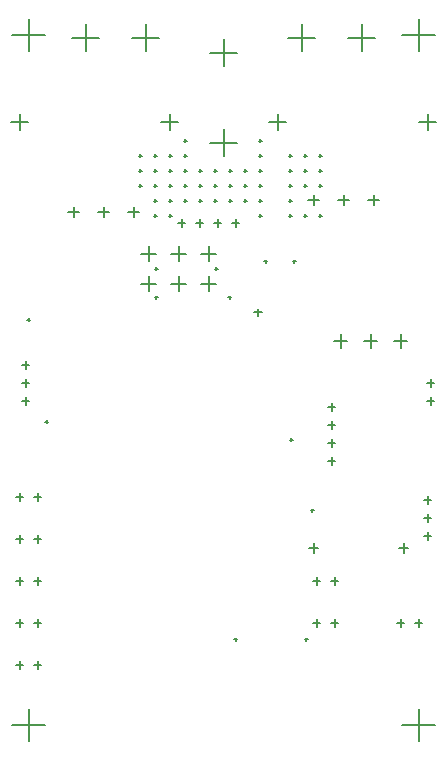
<source format=gbr>
%TF.GenerationSoftware,Altium Limited,Altium Designer,22.5.1 (42)*%
G04 Layer_Color=128*
%FSLAX26Y26*%
%MOIN*%
%TF.SameCoordinates,CF75AC15-3A71-4360-887B-83ED2C6183BC*%
%TF.FilePolarity,Positive*%
%TF.FileFunction,Drillmap*%
%TF.Part,Single*%
G01*
G75*
%TA.AperFunction,NonConductor*%
%ADD51C,0.005000*%
D51*
X432284Y1810000D02*
X467716D01*
X450000Y1792284D02*
Y1827716D01*
X332284Y1810000D02*
X367716D01*
X350000Y1792284D02*
Y1827716D01*
X232284Y1810000D02*
X267716D01*
X250000Y1792284D02*
Y1827716D01*
X705000Y2040000D02*
X795000D01*
X750000Y1995000D02*
Y2085000D01*
X705000Y2340000D02*
X795000D01*
X750000Y2295000D02*
Y2385000D01*
X45866Y2400000D02*
X154134D01*
X100000Y2345866D02*
Y2454134D01*
X1345866Y2400000D02*
X1454134D01*
X1400000Y2345866D02*
Y2454134D01*
X45866Y100000D02*
X154134D01*
X100000Y45866D02*
Y154134D01*
X1345866Y100000D02*
X1454134D01*
X1400000Y45866D02*
Y154134D01*
X245000Y2390000D02*
X335000D01*
X290000Y2345000D02*
Y2435000D01*
X445000Y2390000D02*
X535000D01*
X490000Y2345000D02*
Y2435000D01*
X1165000Y2390000D02*
X1255000D01*
X1210000Y2345000D02*
Y2435000D01*
X965000Y2390000D02*
X1055000D01*
X1010000Y2345000D02*
Y2435000D01*
X657500Y1772500D02*
X682500D01*
X670000Y1760000D02*
Y1785000D01*
X777500Y1772500D02*
X802500D01*
X790000Y1760000D02*
Y1785000D01*
X717500Y1772500D02*
X742500D01*
X730000Y1760000D02*
Y1785000D01*
X597500Y1772500D02*
X622500D01*
X610000Y1760000D02*
Y1785000D01*
X1097500Y1040000D02*
X1122500D01*
X1110000Y1027500D02*
Y1052500D01*
X1097500Y1160000D02*
X1122500D01*
X1110000Y1147500D02*
Y1172500D01*
X1097500Y1100000D02*
X1122500D01*
X1110000Y1087500D02*
Y1112500D01*
X1097500Y980000D02*
X1122500D01*
X1110000Y967500D02*
Y992500D01*
X77500Y1240000D02*
X102500D01*
X90000Y1227500D02*
Y1252500D01*
X77500Y1300000D02*
X102500D01*
X90000Y1287500D02*
Y1312500D01*
X77500Y1180000D02*
X102500D01*
X90000Y1167500D02*
Y1192500D01*
X1417500Y790000D02*
X1442500D01*
X1430000Y777500D02*
Y802500D01*
X1417500Y730000D02*
X1442500D01*
X1430000Y717500D02*
Y742500D01*
X1417500Y850000D02*
X1442500D01*
X1430000Y837500D02*
Y862500D01*
X1387500Y440000D02*
X1412500D01*
X1400000Y427500D02*
Y452500D01*
X1327500Y440000D02*
X1352500D01*
X1340000Y427500D02*
Y452500D01*
X1427500Y1180000D02*
X1452500D01*
X1440000Y1167500D02*
Y1192500D01*
X1427500Y1240000D02*
X1452500D01*
X1440000Y1227500D02*
Y1252500D01*
X117500Y860000D02*
X142500D01*
X130000Y847500D02*
Y872500D01*
X57500Y860000D02*
X82500D01*
X70000Y847500D02*
Y872500D01*
X1107500Y440000D02*
X1132500D01*
X1120000Y427500D02*
Y452500D01*
X1047500Y440000D02*
X1072500D01*
X1060000Y427500D02*
Y452500D01*
X57500Y580000D02*
X82500D01*
X70000Y567500D02*
Y592500D01*
X117500Y580000D02*
X142500D01*
X130000Y567500D02*
Y592500D01*
X57500Y300000D02*
X82500D01*
X70000Y287500D02*
Y312500D01*
X117500Y300000D02*
X142500D01*
X130000Y287500D02*
Y312500D01*
X1047500Y580000D02*
X1072500D01*
X1060000Y567500D02*
Y592500D01*
X1107500Y580000D02*
X1132500D01*
X1120000Y567500D02*
Y592500D01*
X57500Y720000D02*
X82500D01*
X70000Y707500D02*
Y732500D01*
X117500Y720000D02*
X142500D01*
X130000Y707500D02*
Y732500D01*
X57500Y440000D02*
X82500D01*
X70000Y427500D02*
Y452500D01*
X117500Y440000D02*
X142500D01*
X130000Y427500D02*
Y452500D01*
X542500Y2110000D02*
X597500D01*
X570000Y2082500D02*
Y2137500D01*
X42500Y2110000D02*
X97500D01*
X70000Y2082500D02*
Y2137500D01*
X902500Y2110000D02*
X957500D01*
X930000Y2082500D02*
Y2137500D01*
X1402500Y2110000D02*
X1457500D01*
X1430000Y2082500D02*
Y2137500D01*
X1034252Y690000D02*
X1065748D01*
X1050000Y674252D02*
Y705748D01*
X1334252Y690000D02*
X1365748D01*
X1350000Y674252D02*
Y705748D01*
X1317362Y1380000D02*
X1362638D01*
X1340000Y1357362D02*
Y1402638D01*
X1217362Y1380000D02*
X1262638D01*
X1240000Y1357362D02*
Y1402638D01*
X1117362Y1380000D02*
X1162638D01*
X1140000Y1357362D02*
Y1402638D01*
X1232284Y1850000D02*
X1267716D01*
X1250000Y1832284D02*
Y1867716D01*
X1132284Y1850000D02*
X1167716D01*
X1150000Y1832284D02*
Y1867716D01*
X1032284Y1850000D02*
X1067716D01*
X1050000Y1832284D02*
Y1867716D01*
X675000Y1671000D02*
X725000D01*
X700000Y1646000D02*
Y1696000D01*
X675000Y1571000D02*
X725000D01*
X700000Y1546000D02*
Y1596000D01*
X575000Y1671000D02*
X625000D01*
X600000Y1646000D02*
Y1696000D01*
X575000Y1571000D02*
X625000D01*
X600000Y1546000D02*
Y1596000D01*
X475000Y1671000D02*
X525000D01*
X500000Y1646000D02*
Y1696000D01*
X475000Y1571000D02*
X525000D01*
X500000Y1546000D02*
Y1596000D01*
X520000Y1620000D02*
X530000D01*
X525000Y1615000D02*
Y1625000D01*
X720000Y1620000D02*
X730000D01*
X725000Y1615000D02*
Y1625000D01*
X980000Y1645000D02*
X990000D01*
X985000Y1640000D02*
Y1650000D01*
X885000Y1645000D02*
X895000D01*
X890000Y1640000D02*
Y1650000D01*
X520000Y1525000D02*
X530000D01*
X525000Y1520000D02*
Y1530000D01*
X765000Y1525000D02*
X775000D01*
X770000Y1520000D02*
Y1530000D01*
X867000Y1797000D02*
X877000D01*
X872000Y1792000D02*
Y1802000D01*
X967000Y1797000D02*
X977000D01*
X972000Y1792000D02*
Y1802000D01*
X967000Y1997000D02*
X977000D01*
X972000Y1992000D02*
Y2002000D01*
X967000Y1947000D02*
X977000D01*
X972000Y1942000D02*
Y1952000D01*
X967000Y1897000D02*
X977000D01*
X972000Y1892000D02*
Y1902000D01*
X967000Y1847000D02*
X977000D01*
X972000Y1842000D02*
Y1852000D01*
X1040000Y815000D02*
X1050000D01*
X1045000Y810000D02*
Y820000D01*
X785000Y385000D02*
X795000D01*
X790000Y380000D02*
Y390000D01*
X1020000Y385000D02*
X1030000D01*
X1025000Y380000D02*
Y390000D01*
X1067000Y1997000D02*
X1077000D01*
X1072000Y1992000D02*
Y2002000D01*
X1067000Y1947000D02*
X1077000D01*
X1072000Y1942000D02*
Y1952000D01*
X1067000Y1897000D02*
X1077000D01*
X1072000Y1892000D02*
Y1902000D01*
X1067000Y1797000D02*
X1077000D01*
X1072000Y1792000D02*
Y1802000D01*
X1017000Y1997000D02*
X1027000D01*
X1022000Y1992000D02*
Y2002000D01*
X1017000Y1947000D02*
X1027000D01*
X1022000Y1942000D02*
Y1952000D01*
X1017000Y1897000D02*
X1027000D01*
X1022000Y1892000D02*
Y1902000D01*
X1017000Y1797000D02*
X1027000D01*
X1022000Y1792000D02*
Y1802000D01*
X867000Y2047000D02*
X877000D01*
X872000Y2042000D02*
Y2052000D01*
X867000Y1997000D02*
X877000D01*
X872000Y1992000D02*
Y2002000D01*
X867000Y1947000D02*
X877000D01*
X872000Y1942000D02*
Y1952000D01*
X867000Y1897000D02*
X877000D01*
X872000Y1892000D02*
Y1902000D01*
X867000Y1847000D02*
X877000D01*
X872000Y1842000D02*
Y1852000D01*
X817000Y1947000D02*
X827000D01*
X822000Y1942000D02*
Y1952000D01*
X817000Y1897000D02*
X827000D01*
X822000Y1892000D02*
Y1902000D01*
X817000Y1847000D02*
X827000D01*
X822000Y1842000D02*
Y1852000D01*
X767000Y1947000D02*
X777000D01*
X772000Y1942000D02*
Y1952000D01*
X767000Y1897000D02*
X777000D01*
X772000Y1892000D02*
Y1902000D01*
X767000Y1847000D02*
X777000D01*
X772000Y1842000D02*
Y1852000D01*
X717000Y1947000D02*
X727000D01*
X722000Y1942000D02*
Y1952000D01*
X717000Y1897000D02*
X727000D01*
X722000Y1892000D02*
Y1902000D01*
X717000Y1847000D02*
X727000D01*
X722000Y1842000D02*
Y1852000D01*
X667000Y1947000D02*
X677000D01*
X672000Y1942000D02*
Y1952000D01*
X667000Y1897000D02*
X677000D01*
X672000Y1892000D02*
Y1902000D01*
X667000Y1847000D02*
X677000D01*
X672000Y1842000D02*
Y1852000D01*
X617000Y2047000D02*
X627000D01*
X622000Y2042000D02*
Y2052000D01*
X617000Y1997000D02*
X627000D01*
X622000Y1992000D02*
Y2002000D01*
X617000Y1947000D02*
X627000D01*
X622000Y1942000D02*
Y1952000D01*
X617000Y1897000D02*
X627000D01*
X622000Y1892000D02*
Y1902000D01*
X617000Y1847000D02*
X627000D01*
X622000Y1842000D02*
Y1852000D01*
X567000Y1997000D02*
X577000D01*
X572000Y1992000D02*
Y2002000D01*
X567000Y1947000D02*
X577000D01*
X572000Y1942000D02*
Y1952000D01*
X567000Y1897000D02*
X577000D01*
X572000Y1892000D02*
Y1902000D01*
X567000Y1847000D02*
X577000D01*
X572000Y1842000D02*
Y1852000D01*
X567000Y1797000D02*
X577000D01*
X572000Y1792000D02*
Y1802000D01*
X517000Y1997000D02*
X527000D01*
X522000Y1992000D02*
Y2002000D01*
X517000Y1947000D02*
X527000D01*
X522000Y1942000D02*
Y1952000D01*
X517000Y1897000D02*
X527000D01*
X522000Y1892000D02*
Y1902000D01*
X517000Y1847000D02*
X527000D01*
X522000Y1842000D02*
Y1852000D01*
X517000Y1797000D02*
X527000D01*
X522000Y1792000D02*
Y1802000D01*
X467000Y1997000D02*
X477000D01*
X472000Y1992000D02*
Y2002000D01*
X467000Y1947000D02*
X477000D01*
X472000Y1942000D02*
Y1952000D01*
X467000Y1897000D02*
X477000D01*
X472000Y1892000D02*
Y1902000D01*
X970000Y1050000D02*
X980000D01*
X975000Y1045000D02*
Y1055000D01*
X852500Y1475000D02*
X877500D01*
X865000Y1462500D02*
Y1487500D01*
X155000Y1110000D02*
X165000D01*
X160000Y1105000D02*
Y1115000D01*
X95000Y1450000D02*
X105000D01*
X100000Y1445000D02*
Y1455000D01*
%TF.MD5,9319d93b8768e16fdd417a9defc19283*%
M02*

</source>
